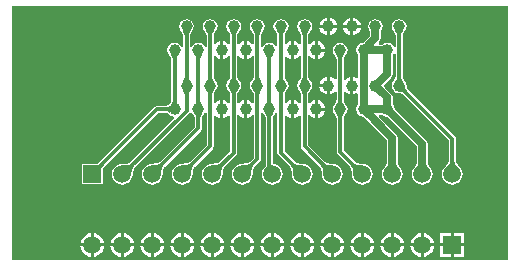
<source format=gtl>
G04*
G04 #@! TF.GenerationSoftware,Altium Limited,Altium Designer,19.1.8 (144)*
G04*
G04 Layer_Physical_Order=1*
G04 Layer_Color=255*
%FSLAX44Y44*%
%MOMM*%
G71*
G01*
G75*
%ADD14C,0.6350*%
%ADD15C,0.3302*%
%ADD16R,1.5000X1.5000*%
%ADD17C,1.5000*%
%ADD18C,1.0000*%
%ADD19C,0.7620*%
G36*
X422410Y2590D02*
X2590D01*
Y217410D01*
X422410D01*
Y2590D01*
D02*
G37*
%LPC*%
G36*
X291270Y207438D02*
Y201270D01*
X297438D01*
X297346Y201968D01*
X296586Y203803D01*
X295378Y205378D01*
X293803Y206586D01*
X291968Y207346D01*
X291270Y207438D01*
D02*
G37*
G36*
X288730D02*
X288032Y207346D01*
X286197Y206586D01*
X284622Y205378D01*
X283414Y203803D01*
X282654Y201968D01*
X282562Y201270D01*
X288730D01*
Y207438D01*
D02*
G37*
G36*
X271270D02*
Y201270D01*
X277438D01*
X277346Y201968D01*
X276586Y203803D01*
X275378Y205378D01*
X273803Y206586D01*
X271968Y207346D01*
X271270Y207438D01*
D02*
G37*
G36*
X268730D02*
X268032Y207346D01*
X266197Y206586D01*
X264622Y205378D01*
X263414Y203803D01*
X262654Y201968D01*
X262562Y201270D01*
X268730D01*
Y207438D01*
D02*
G37*
G36*
X297438Y198730D02*
X291270D01*
Y192562D01*
X291968Y192654D01*
X293803Y193414D01*
X295378Y194622D01*
X296586Y196197D01*
X297346Y198032D01*
X297438Y198730D01*
D02*
G37*
G36*
X288730D02*
X282562D01*
X282654Y198032D01*
X283414Y196197D01*
X284622Y194622D01*
X286197Y193414D01*
X288032Y192654D01*
X288730Y192562D01*
Y198730D01*
D02*
G37*
G36*
X277438D02*
X271270D01*
Y192562D01*
X271968Y192654D01*
X273803Y193414D01*
X275378Y194622D01*
X276586Y196197D01*
X277346Y198032D01*
X277438Y198730D01*
D02*
G37*
G36*
X268730D02*
X262562D01*
X262654Y198032D01*
X263414Y196197D01*
X264622Y194622D01*
X266197Y193414D01*
X268032Y192654D01*
X268730Y192562D01*
Y198730D01*
D02*
G37*
G36*
X250000Y206393D02*
X247554Y205906D01*
X245480Y204520D01*
X244094Y202446D01*
X243607Y200000D01*
X244094Y197554D01*
X245480Y195480D01*
X245553Y195431D01*
X245825Y195146D01*
X246076Y194844D01*
X246293Y194540D01*
X246477Y194234D01*
X246630Y193926D01*
X246754Y193614D01*
X246849Y193296D01*
X246918Y192969D01*
X246959Y192631D01*
X246975Y192225D01*
X247022Y192125D01*
Y185321D01*
X245752Y184890D01*
X245378Y185378D01*
X243803Y186586D01*
X241968Y187346D01*
X241270Y187438D01*
Y180000D01*
Y172562D01*
X241968Y172654D01*
X243803Y173414D01*
X245378Y174622D01*
X245752Y175110D01*
X247022Y174679D01*
Y157875D01*
X246975Y157775D01*
X246959Y157369D01*
X246918Y157031D01*
X246849Y156704D01*
X246754Y156386D01*
X246630Y156074D01*
X246477Y155766D01*
X246293Y155460D01*
X246076Y155156D01*
X245825Y154854D01*
X245553Y154570D01*
X245480Y154520D01*
X244094Y152446D01*
X243607Y150000D01*
X244094Y147554D01*
X245480Y145480D01*
X245553Y145430D01*
X245825Y145146D01*
X246076Y144844D01*
X246293Y144540D01*
X246477Y144234D01*
X246630Y143926D01*
X246754Y143614D01*
X246849Y143296D01*
X246918Y142969D01*
X246959Y142631D01*
X246975Y142226D01*
X247022Y142125D01*
Y135321D01*
X245752Y134890D01*
X245378Y135378D01*
X243803Y136586D01*
X241968Y137346D01*
X241270Y137438D01*
Y130000D01*
Y122562D01*
X241968Y122654D01*
X243803Y123414D01*
X245378Y124622D01*
X245752Y125110D01*
X247022Y124679D01*
Y98400D01*
X247248Y97260D01*
X247894Y96294D01*
X262815Y81373D01*
X262848Y81277D01*
X263189Y80892D01*
X263452Y80514D01*
X263693Y80075D01*
X263909Y79569D01*
X264097Y78995D01*
X264254Y78351D01*
X264375Y77656D01*
X264515Y75988D01*
X264526Y75059D01*
X264556Y74989D01*
X264856Y72711D01*
X265739Y70577D01*
X267145Y68745D01*
X268977Y67339D01*
X271111Y66456D01*
X273400Y66154D01*
X275689Y66456D01*
X277823Y67339D01*
X279655Y68745D01*
X281061Y70577D01*
X281944Y72711D01*
X282246Y75000D01*
X281944Y77289D01*
X281061Y79423D01*
X279655Y81255D01*
X277823Y82661D01*
X275689Y83544D01*
X273411Y83844D01*
X273341Y83874D01*
X272395Y83885D01*
X271544Y83935D01*
X270762Y84022D01*
X270049Y84146D01*
X269405Y84303D01*
X268831Y84491D01*
X268325Y84707D01*
X267885Y84948D01*
X267508Y85211D01*
X267124Y85552D01*
X267027Y85585D01*
X252978Y99634D01*
Y124679D01*
X254248Y125110D01*
X254622Y124622D01*
X256197Y123414D01*
X258032Y122654D01*
X258730Y122562D01*
Y130000D01*
Y137438D01*
X258032Y137346D01*
X256197Y136586D01*
X254622Y135378D01*
X254248Y134890D01*
X252978Y135321D01*
Y142125D01*
X253025Y142225D01*
X253041Y142631D01*
X253082Y142969D01*
X253151Y143296D01*
X253246Y143614D01*
X253370Y143926D01*
X253523Y144234D01*
X253707Y144540D01*
X253924Y144844D01*
X254175Y145146D01*
X254447Y145430D01*
X254520Y145480D01*
X255906Y147554D01*
X256393Y150000D01*
X255906Y152446D01*
X254520Y154520D01*
X254447Y154570D01*
X254175Y154854D01*
X253924Y155156D01*
X253707Y155460D01*
X253523Y155766D01*
X253370Y156074D01*
X253246Y156386D01*
X253151Y156704D01*
X253082Y157031D01*
X253041Y157369D01*
X253025Y157774D01*
X252978Y157875D01*
Y174679D01*
X254248Y175110D01*
X254622Y174622D01*
X256197Y173414D01*
X258032Y172654D01*
X258730Y172562D01*
Y180000D01*
Y187438D01*
X258032Y187346D01*
X256197Y186586D01*
X254622Y185378D01*
X254248Y184890D01*
X252978Y185321D01*
Y192125D01*
X253025Y192225D01*
X253041Y192631D01*
X253082Y192969D01*
X253151Y193296D01*
X253246Y193614D01*
X253370Y193926D01*
X253523Y194234D01*
X253707Y194540D01*
X253924Y194844D01*
X254175Y195146D01*
X254447Y195431D01*
X254520Y195480D01*
X255906Y197554D01*
X256393Y200000D01*
X255906Y202446D01*
X254520Y204520D01*
X252446Y205906D01*
X250000Y206393D01*
D02*
G37*
G36*
X190000D02*
X187554Y205906D01*
X185480Y204520D01*
X184094Y202446D01*
X183607Y200000D01*
X184094Y197554D01*
X185480Y195480D01*
X185553Y195431D01*
X185825Y195146D01*
X186076Y194844D01*
X186293Y194540D01*
X186477Y194234D01*
X186630Y193926D01*
X186754Y193614D01*
X186849Y193296D01*
X186918Y192969D01*
X186959Y192631D01*
X186975Y192225D01*
X187022Y192125D01*
Y185321D01*
X185752Y184890D01*
X185378Y185378D01*
X183803Y186586D01*
X181968Y187346D01*
X181270Y187438D01*
Y180000D01*
Y172562D01*
X181968Y172654D01*
X183803Y173414D01*
X185378Y174622D01*
X185752Y175110D01*
X187022Y174679D01*
Y157875D01*
X186975Y157775D01*
X186959Y157369D01*
X186918Y157031D01*
X186849Y156704D01*
X186754Y156386D01*
X186630Y156074D01*
X186477Y155766D01*
X186293Y155460D01*
X186076Y155156D01*
X185825Y154854D01*
X185553Y154570D01*
X185480Y154520D01*
X184094Y152446D01*
X183607Y150000D01*
X184094Y147554D01*
X185480Y145480D01*
X185553Y145430D01*
X185825Y145146D01*
X186076Y144844D01*
X186293Y144540D01*
X186477Y144234D01*
X186630Y143926D01*
X186754Y143614D01*
X186849Y143296D01*
X186918Y142969D01*
X186959Y142631D01*
X186975Y142226D01*
X187022Y142125D01*
Y135321D01*
X185752Y134890D01*
X185378Y135378D01*
X183803Y136586D01*
X181968Y137346D01*
X181270Y137438D01*
Y130000D01*
Y122562D01*
X181968Y122654D01*
X183803Y123414D01*
X185378Y124622D01*
X185752Y125110D01*
X187022Y124679D01*
Y94434D01*
X178173Y85585D01*
X178076Y85552D01*
X177692Y85211D01*
X177314Y84948D01*
X176875Y84707D01*
X176369Y84491D01*
X175795Y84303D01*
X175151Y84146D01*
X174456Y84025D01*
X172787Y83885D01*
X171859Y83874D01*
X171789Y83844D01*
X169511Y83544D01*
X167377Y82661D01*
X165545Y81255D01*
X164139Y79423D01*
X163256Y77289D01*
X162954Y75000D01*
X163256Y72711D01*
X164139Y70577D01*
X165545Y68745D01*
X167377Y67339D01*
X169511Y66456D01*
X171800Y66154D01*
X174089Y66456D01*
X176223Y67339D01*
X178055Y68745D01*
X179461Y70577D01*
X180344Y72711D01*
X180644Y74989D01*
X180674Y75059D01*
X180685Y76005D01*
X180735Y76856D01*
X180822Y77638D01*
X180946Y78351D01*
X181103Y78995D01*
X181291Y79569D01*
X181507Y80075D01*
X181748Y80514D01*
X182011Y80892D01*
X182352Y81277D01*
X182385Y81373D01*
X192106Y91094D01*
X192752Y92060D01*
X192978Y93200D01*
Y124679D01*
X194248Y125110D01*
X194622Y124622D01*
X196197Y123414D01*
X198032Y122654D01*
X198730Y122562D01*
Y130000D01*
Y137438D01*
X198032Y137346D01*
X196197Y136586D01*
X194622Y135378D01*
X194248Y134890D01*
X192978Y135321D01*
Y142125D01*
X193025Y142225D01*
X193041Y142631D01*
X193082Y142969D01*
X193151Y143296D01*
X193246Y143614D01*
X193370Y143926D01*
X193523Y144234D01*
X193707Y144540D01*
X193924Y144844D01*
X194175Y145146D01*
X194447Y145430D01*
X194520Y145480D01*
X195906Y147554D01*
X196393Y150000D01*
X195906Y152446D01*
X194520Y154520D01*
X194447Y154570D01*
X194175Y154854D01*
X193924Y155156D01*
X193707Y155460D01*
X193523Y155766D01*
X193370Y156074D01*
X193246Y156386D01*
X193151Y156704D01*
X193082Y157031D01*
X193041Y157369D01*
X193025Y157774D01*
X192978Y157875D01*
Y174679D01*
X194248Y175110D01*
X194622Y174622D01*
X196197Y173414D01*
X198032Y172654D01*
X198730Y172562D01*
Y180000D01*
Y187438D01*
X198032Y187346D01*
X196197Y186586D01*
X194622Y185378D01*
X194248Y184890D01*
X192978Y185321D01*
Y192125D01*
X193025Y192225D01*
X193041Y192631D01*
X193082Y192969D01*
X193151Y193296D01*
X193246Y193614D01*
X193370Y193926D01*
X193523Y194234D01*
X193707Y194540D01*
X193924Y194844D01*
X194175Y195146D01*
X194447Y195431D01*
X194520Y195480D01*
X195906Y197554D01*
X196393Y200000D01*
X195906Y202446D01*
X194520Y204520D01*
X192446Y205906D01*
X190000Y206393D01*
D02*
G37*
G36*
X170000D02*
X167554Y205906D01*
X165480Y204520D01*
X164094Y202446D01*
X163607Y200000D01*
X164094Y197554D01*
X165480Y195480D01*
X165553Y195431D01*
X165825Y195146D01*
X166076Y194844D01*
X166293Y194540D01*
X166477Y194234D01*
X166630Y193926D01*
X166754Y193614D01*
X166849Y193296D01*
X166918Y192969D01*
X166959Y192631D01*
X166975Y192225D01*
X167022Y192125D01*
Y182889D01*
X166881Y182833D01*
X165752Y182678D01*
X164520Y184520D01*
X162446Y185906D01*
X160000Y186393D01*
X157554Y185906D01*
X155480Y184520D01*
X154248Y182678D01*
X153119Y182833D01*
X152978Y182889D01*
Y192125D01*
X153025Y192225D01*
X153041Y192631D01*
X153082Y192969D01*
X153151Y193296D01*
X153246Y193614D01*
X153370Y193926D01*
X153523Y194234D01*
X153707Y194540D01*
X153924Y194844D01*
X154175Y195146D01*
X154447Y195431D01*
X154520Y195480D01*
X155906Y197554D01*
X156393Y200000D01*
X155906Y202446D01*
X154520Y204520D01*
X152446Y205906D01*
X150000Y206393D01*
X147554Y205906D01*
X145480Y204520D01*
X144094Y202446D01*
X143607Y200000D01*
X144094Y197554D01*
X145480Y195480D01*
X145553Y195431D01*
X145825Y195146D01*
X146076Y194844D01*
X146293Y194540D01*
X146477Y194234D01*
X146630Y193926D01*
X146754Y193614D01*
X146849Y193296D01*
X146918Y192969D01*
X146959Y192631D01*
X146975Y192225D01*
X147022Y192125D01*
Y182889D01*
X146881Y182833D01*
X145752Y182678D01*
X144520Y184520D01*
X142446Y185906D01*
X140000Y186393D01*
X137554Y185906D01*
X135480Y184520D01*
X134094Y182446D01*
X133607Y180000D01*
X134094Y177554D01*
X135480Y175480D01*
X135553Y175431D01*
X135825Y175146D01*
X136076Y174844D01*
X136293Y174540D01*
X136477Y174234D01*
X136630Y173926D01*
X136754Y173614D01*
X136849Y173296D01*
X136918Y172969D01*
X136959Y172631D01*
X136975Y172225D01*
X137022Y172125D01*
Y137875D01*
X136975Y137775D01*
X136959Y137369D01*
X136918Y137031D01*
X136849Y136704D01*
X136754Y136386D01*
X136630Y136074D01*
X136477Y135766D01*
X136293Y135460D01*
X136076Y135156D01*
X135825Y134854D01*
X135553Y134570D01*
X135480Y134520D01*
X135430Y134447D01*
X135146Y134175D01*
X134844Y133924D01*
X134540Y133707D01*
X134234Y133523D01*
X133926Y133370D01*
X133614Y133246D01*
X133296Y133151D01*
X132969Y133082D01*
X132631Y133041D01*
X132226Y133025D01*
X132125Y132978D01*
X125200D01*
X124060Y132752D01*
X123094Y132106D01*
X76838Y85850D01*
X76733Y85811D01*
X75458Y84625D01*
X74946Y84214D01*
X74495Y83898D01*
X74273Y83770D01*
X73105D01*
X73000Y83814D01*
X72894Y83770D01*
X72892D01*
X72782Y83796D01*
X72739Y83770D01*
X61430D01*
Y66230D01*
X78970D01*
Y77539D01*
X78996Y77582D01*
X78970Y77692D01*
Y77694D01*
X79014Y77800D01*
X78970Y77905D01*
Y79073D01*
X79098Y79295D01*
X79404Y79731D01*
X80367Y80867D01*
X80993Y81514D01*
X81036Y81625D01*
X126434Y127022D01*
X132125D01*
X132225Y126975D01*
X132631Y126959D01*
X132969Y126918D01*
X133296Y126849D01*
X133614Y126754D01*
X133926Y126630D01*
X134234Y126477D01*
X134540Y126293D01*
X134844Y126076D01*
X135146Y125825D01*
X135430Y125553D01*
X135480Y125480D01*
X137554Y124094D01*
X139300Y123747D01*
X139718Y122368D01*
X102561Y85212D01*
X102476Y85186D01*
X102465Y85165D01*
X102444Y85158D01*
X102048Y84808D01*
X101671Y84549D01*
X101242Y84323D01*
X100755Y84129D01*
X100206Y83972D01*
X99593Y83854D01*
X98914Y83778D01*
X98171Y83747D01*
X97363Y83764D01*
X96458Y83833D01*
X96241Y83761D01*
X95600Y83846D01*
X93311Y83544D01*
X91177Y82661D01*
X89345Y81255D01*
X87939Y79423D01*
X87056Y77289D01*
X86754Y75000D01*
X87056Y72711D01*
X87939Y70577D01*
X89345Y68745D01*
X91177Y67339D01*
X93311Y66456D01*
X95600Y66154D01*
X97889Y66456D01*
X100023Y67339D01*
X101855Y68745D01*
X103261Y70577D01*
X104144Y72711D01*
X104317Y74023D01*
X104444Y74260D01*
X104539Y75227D01*
X104817Y76960D01*
X104990Y77687D01*
X105189Y78356D01*
X105410Y78950D01*
X105650Y79470D01*
X105904Y79917D01*
X106170Y80291D01*
X106499Y80662D01*
X106532Y80759D01*
X152106Y126333D01*
X152752Y127299D01*
X152801Y127545D01*
X154078Y127553D01*
X154096Y127550D01*
X155480Y125480D01*
X155553Y125430D01*
X155825Y125146D01*
X156076Y124844D01*
X156293Y124540D01*
X156477Y124234D01*
X156630Y123926D01*
X156754Y123614D01*
X156849Y123296D01*
X156918Y122969D01*
X156959Y122631D01*
X156975Y122226D01*
X157022Y122125D01*
Y115234D01*
X127373Y85585D01*
X127276Y85552D01*
X126892Y85211D01*
X126514Y84948D01*
X126075Y84707D01*
X125569Y84491D01*
X124995Y84303D01*
X124351Y84146D01*
X123656Y84025D01*
X121987Y83885D01*
X121059Y83874D01*
X120989Y83844D01*
X118711Y83544D01*
X116577Y82661D01*
X114745Y81255D01*
X113339Y79423D01*
X112456Y77289D01*
X112154Y75000D01*
X112456Y72711D01*
X113339Y70577D01*
X114745Y68745D01*
X116577Y67339D01*
X118711Y66456D01*
X121000Y66154D01*
X123289Y66456D01*
X125423Y67339D01*
X127255Y68745D01*
X128661Y70577D01*
X129544Y72711D01*
X129844Y74989D01*
X129874Y75059D01*
X129885Y76005D01*
X129935Y76856D01*
X130022Y77638D01*
X130146Y78351D01*
X130303Y78995D01*
X130491Y79569D01*
X130708Y80075D01*
X130948Y80514D01*
X131211Y80892D01*
X131552Y81277D01*
X131585Y81373D01*
X162106Y111894D01*
X162752Y112860D01*
X162978Y114000D01*
Y122125D01*
X163025Y122225D01*
X163041Y122631D01*
X163082Y122969D01*
X163151Y123296D01*
X163246Y123614D01*
X163370Y123926D01*
X163523Y124234D01*
X163707Y124540D01*
X163924Y124844D01*
X164175Y125146D01*
X164447Y125430D01*
X164520Y125480D01*
X165752Y127322D01*
X166881Y127167D01*
X167022Y127111D01*
Y99834D01*
X152773Y85585D01*
X152676Y85552D01*
X152292Y85211D01*
X151914Y84948D01*
X151475Y84707D01*
X150969Y84491D01*
X150395Y84303D01*
X149751Y84146D01*
X149056Y84025D01*
X147388Y83885D01*
X146459Y83874D01*
X146389Y83844D01*
X144111Y83544D01*
X141977Y82661D01*
X140145Y81255D01*
X138739Y79423D01*
X137856Y77289D01*
X137554Y75000D01*
X137856Y72711D01*
X138739Y70577D01*
X140145Y68745D01*
X141977Y67339D01*
X144111Y66456D01*
X146400Y66154D01*
X148689Y66456D01*
X150823Y67339D01*
X152655Y68745D01*
X154061Y70577D01*
X154944Y72711D01*
X155244Y74989D01*
X155274Y75059D01*
X155285Y76005D01*
X155335Y76856D01*
X155422Y77638D01*
X155546Y78351D01*
X155703Y78995D01*
X155891Y79569D01*
X156108Y80075D01*
X156348Y80514D01*
X156611Y80892D01*
X156952Y81277D01*
X156985Y81373D01*
X172106Y96494D01*
X172752Y97460D01*
X172978Y98600D01*
Y124679D01*
X174248Y125110D01*
X174622Y124622D01*
X176197Y123414D01*
X178032Y122654D01*
X178730Y122562D01*
Y130000D01*
Y137438D01*
X178032Y137346D01*
X176197Y136586D01*
X174622Y135378D01*
X174248Y134890D01*
X172978Y135321D01*
Y142125D01*
X173025Y142225D01*
X173041Y142631D01*
X173082Y142969D01*
X173151Y143296D01*
X173246Y143614D01*
X173370Y143926D01*
X173523Y144234D01*
X173707Y144540D01*
X173924Y144844D01*
X174175Y145146D01*
X174447Y145430D01*
X174520Y145480D01*
X175906Y147554D01*
X176393Y150000D01*
X175906Y152446D01*
X174520Y154520D01*
X174447Y154570D01*
X174175Y154854D01*
X173924Y155156D01*
X173707Y155460D01*
X173523Y155766D01*
X173370Y156074D01*
X173246Y156386D01*
X173151Y156704D01*
X173082Y157031D01*
X173041Y157369D01*
X173025Y157774D01*
X172978Y157875D01*
Y174679D01*
X174248Y175110D01*
X174622Y174622D01*
X176197Y173414D01*
X178032Y172654D01*
X178730Y172562D01*
Y180000D01*
Y187438D01*
X178032Y187346D01*
X176197Y186586D01*
X174622Y185378D01*
X174248Y184890D01*
X172978Y185321D01*
Y192125D01*
X173025Y192225D01*
X173041Y192631D01*
X173082Y192969D01*
X173151Y193296D01*
X173246Y193614D01*
X173370Y193926D01*
X173523Y194234D01*
X173707Y194540D01*
X173924Y194844D01*
X174175Y195146D01*
X174447Y195431D01*
X174520Y195480D01*
X175906Y197554D01*
X176393Y200000D01*
X175906Y202446D01*
X174520Y204520D01*
X172446Y205906D01*
X170000Y206393D01*
D02*
G37*
G36*
X330000D02*
X327554Y205906D01*
X325480Y204520D01*
X324094Y202446D01*
X323607Y200000D01*
X324094Y197554D01*
X325480Y195480D01*
X325553Y195431D01*
X325825Y195146D01*
X326076Y194844D01*
X326293Y194540D01*
X326477Y194234D01*
X326630Y193926D01*
X326754Y193614D01*
X326849Y193296D01*
X326918Y192969D01*
X326959Y192631D01*
X326975Y192225D01*
X327022Y192125D01*
Y182889D01*
X326881Y182833D01*
X325752Y182678D01*
X324520Y184520D01*
X322446Y185906D01*
X320000Y186393D01*
X317554Y185906D01*
X315740Y184694D01*
X313655Y184553D01*
X313130Y184550D01*
X312902Y184761D01*
X312815Y186406D01*
X313205Y186795D01*
X314187Y188266D01*
X314532Y190000D01*
X314532Y190000D01*
Y193080D01*
X314550Y193121D01*
X314562Y194181D01*
X314599Y194993D01*
X314655Y195567D01*
X314681Y195718D01*
X314681Y195721D01*
X315906Y197554D01*
X316393Y200000D01*
X315906Y202446D01*
X314520Y204520D01*
X312446Y205906D01*
X310000Y206393D01*
X307554Y205906D01*
X305480Y204520D01*
X304094Y202446D01*
X303607Y200000D01*
X304094Y197554D01*
X305306Y195740D01*
X305447Y193655D01*
X305450Y193130D01*
X305468Y193088D01*
Y191877D01*
X301688Y188098D01*
X301647Y188081D01*
X300889Y187341D01*
X300289Y186792D01*
X299843Y186426D01*
X299717Y186337D01*
X299716Y186336D01*
X297554Y185906D01*
X295480Y184520D01*
X294094Y182446D01*
X293607Y180000D01*
X294094Y177554D01*
X295306Y175740D01*
X295447Y173655D01*
X295450Y173130D01*
X295468Y173088D01*
Y156909D01*
X294198Y156283D01*
X293803Y156586D01*
X291968Y157346D01*
X291270Y157438D01*
Y150000D01*
Y142562D01*
X291968Y142654D01*
X293803Y143414D01*
X294198Y143717D01*
X295468Y143091D01*
Y136920D01*
X295450Y136879D01*
X295438Y135819D01*
X295401Y135007D01*
X295345Y134433D01*
X295319Y134282D01*
X295319Y134279D01*
X294094Y132446D01*
X293607Y130000D01*
X294094Y127554D01*
X295480Y125480D01*
X297554Y124094D01*
X299693Y123668D01*
X301268Y122294D01*
X301641Y121925D01*
X301683Y121908D01*
X319668Y103923D01*
Y86370D01*
X319651Y86332D01*
X319631Y85610D01*
X319576Y84969D01*
X319486Y84373D01*
X319363Y83821D01*
X319208Y83313D01*
X319022Y82845D01*
X318808Y82417D01*
X318564Y82026D01*
X318291Y81667D01*
X317942Y81290D01*
X317913Y81213D01*
X316539Y79423D01*
X315656Y77289D01*
X315354Y75000D01*
X315656Y72711D01*
X316539Y70577D01*
X317945Y68745D01*
X319777Y67339D01*
X321911Y66456D01*
X324200Y66154D01*
X326489Y66456D01*
X328623Y67339D01*
X330455Y68745D01*
X331861Y70577D01*
X332744Y72711D01*
X333046Y75000D01*
X332744Y77289D01*
X331861Y79423D01*
X330487Y81213D01*
X330458Y81290D01*
X330109Y81667D01*
X329836Y82026D01*
X329592Y82417D01*
X329378Y82845D01*
X329192Y83313D01*
X329037Y83821D01*
X328914Y84373D01*
X328824Y84969D01*
X328769Y85610D01*
X328749Y86332D01*
X328732Y86370D01*
Y105800D01*
X328387Y107534D01*
X327405Y109005D01*
X312817Y123592D01*
X312898Y125240D01*
X313121Y125450D01*
X314181Y125438D01*
X314993Y125401D01*
X315567Y125345D01*
X315718Y125319D01*
X315721Y125318D01*
X317554Y124094D01*
X319693Y123668D01*
X321268Y122294D01*
X321641Y121925D01*
X321683Y121908D01*
X345068Y98523D01*
Y86370D01*
X345051Y86332D01*
X345031Y85610D01*
X344976Y84969D01*
X344886Y84373D01*
X344763Y83821D01*
X344608Y83313D01*
X344422Y82845D01*
X344208Y82417D01*
X343964Y82026D01*
X343691Y81667D01*
X343342Y81290D01*
X343313Y81213D01*
X341939Y79423D01*
X341056Y77289D01*
X340754Y75000D01*
X341056Y72711D01*
X341939Y70577D01*
X343345Y68745D01*
X345177Y67339D01*
X347311Y66456D01*
X349600Y66154D01*
X351889Y66456D01*
X354023Y67339D01*
X355855Y68745D01*
X357261Y70577D01*
X358144Y72711D01*
X358446Y75000D01*
X358144Y77289D01*
X357261Y79423D01*
X355887Y81213D01*
X355858Y81290D01*
X355509Y81667D01*
X355236Y82026D01*
X354992Y82417D01*
X354778Y82845D01*
X354592Y83313D01*
X354437Y83821D01*
X354314Y84373D01*
X354224Y84969D01*
X354169Y85610D01*
X354149Y86332D01*
X354132Y86370D01*
Y100400D01*
X353787Y102134D01*
X352805Y103605D01*
X352805Y103605D01*
X328098Y128312D01*
X328081Y128353D01*
X327341Y129111D01*
X326792Y129712D01*
X326426Y130157D01*
X326337Y130283D01*
X326336Y130284D01*
X325906Y132446D01*
X324694Y134260D01*
X324553Y136345D01*
X324550Y136870D01*
X324532Y136912D01*
Y140000D01*
X324187Y141734D01*
X323205Y143205D01*
X323205Y143205D01*
X318098Y148312D01*
X318081Y148353D01*
X317341Y149111D01*
X316792Y149712D01*
X316577Y149974D01*
X317706Y151267D01*
X318075Y151641D01*
X318092Y151683D01*
X323205Y156795D01*
X323205Y156795D01*
X324187Y158266D01*
X324532Y160000D01*
Y173080D01*
X324549Y173121D01*
X324562Y174181D01*
X324599Y174993D01*
X324655Y175567D01*
X324681Y175718D01*
X324681Y175721D01*
X325752Y177322D01*
X326881Y177167D01*
X327022Y177111D01*
Y157875D01*
X326975Y157775D01*
X326959Y157369D01*
X326918Y157031D01*
X326849Y156704D01*
X326754Y156386D01*
X326630Y156074D01*
X326477Y155766D01*
X326293Y155460D01*
X326076Y155156D01*
X325825Y154854D01*
X325553Y154570D01*
X325480Y154520D01*
X324094Y152446D01*
X323607Y150000D01*
X324094Y147554D01*
X325480Y145480D01*
X327554Y144094D01*
X330000Y143607D01*
X330087Y143624D01*
X330480Y143616D01*
X330871Y143579D01*
X331240Y143518D01*
X331586Y143432D01*
X331912Y143322D01*
X332220Y143189D01*
X332513Y143031D01*
X332792Y142849D01*
X333060Y142639D01*
X333359Y142364D01*
X333462Y142326D01*
X372022Y103766D01*
Y86992D01*
X371977Y86899D01*
X371946Y86387D01*
X371865Y85934D01*
X371724Y85453D01*
X371520Y84942D01*
X371247Y84403D01*
X370903Y83837D01*
X370497Y83260D01*
X369416Y81981D01*
X368767Y81317D01*
X368739Y81246D01*
X367339Y79423D01*
X366456Y77289D01*
X366154Y75000D01*
X366456Y72711D01*
X367339Y70577D01*
X368745Y68745D01*
X370577Y67339D01*
X372711Y66456D01*
X375000Y66154D01*
X377289Y66456D01*
X379423Y67339D01*
X381255Y68745D01*
X382661Y70577D01*
X383544Y72711D01*
X383846Y75000D01*
X383544Y77289D01*
X382661Y79423D01*
X381261Y81246D01*
X381233Y81317D01*
X380572Y81993D01*
X380006Y82630D01*
X379514Y83245D01*
X379097Y83836D01*
X378753Y84403D01*
X378480Y84942D01*
X378276Y85453D01*
X378135Y85934D01*
X378054Y86387D01*
X378023Y86899D01*
X377978Y86992D01*
Y105000D01*
X377752Y106140D01*
X377106Y107106D01*
X337674Y146538D01*
X337636Y146641D01*
X337361Y146939D01*
X337151Y147208D01*
X336969Y147487D01*
X336811Y147780D01*
X336678Y148088D01*
X336568Y148414D01*
X336482Y148760D01*
X336421Y149129D01*
X336385Y149520D01*
X336376Y149913D01*
X336393Y150000D01*
X335906Y152446D01*
X334520Y154520D01*
X334447Y154570D01*
X334175Y154854D01*
X333924Y155156D01*
X333707Y155460D01*
X333523Y155766D01*
X333370Y156074D01*
X333246Y156386D01*
X333151Y156704D01*
X333082Y157031D01*
X333041Y157369D01*
X333025Y157774D01*
X332978Y157875D01*
Y192125D01*
X333025Y192225D01*
X333041Y192631D01*
X333082Y192969D01*
X333151Y193296D01*
X333246Y193614D01*
X333370Y193926D01*
X333523Y194234D01*
X333707Y194540D01*
X333924Y194844D01*
X334175Y195146D01*
X334447Y195431D01*
X334520Y195480D01*
X335906Y197554D01*
X336393Y200000D01*
X335906Y202446D01*
X334520Y204520D01*
X332446Y205906D01*
X330000Y206393D01*
D02*
G37*
G36*
X230000D02*
X227554Y205906D01*
X225480Y204520D01*
X224094Y202446D01*
X223607Y200000D01*
X224094Y197554D01*
X225480Y195480D01*
X225553Y195431D01*
X225825Y195146D01*
X226076Y194844D01*
X226293Y194540D01*
X226477Y194234D01*
X226630Y193926D01*
X226754Y193614D01*
X226849Y193296D01*
X226918Y192969D01*
X226959Y192631D01*
X226975Y192225D01*
X227022Y192125D01*
Y182889D01*
X226881Y182833D01*
X225752Y182678D01*
X224520Y184520D01*
X222446Y185906D01*
X220000Y186393D01*
X217554Y185906D01*
X215480Y184520D01*
X214248Y182678D01*
X213119Y182833D01*
X212978Y182889D01*
Y192125D01*
X213025Y192225D01*
X213041Y192631D01*
X213082Y192969D01*
X213151Y193296D01*
X213246Y193614D01*
X213370Y193926D01*
X213523Y194234D01*
X213707Y194540D01*
X213924Y194844D01*
X214175Y195146D01*
X214447Y195431D01*
X214520Y195480D01*
X215906Y197554D01*
X216393Y200000D01*
X215906Y202446D01*
X214520Y204520D01*
X212446Y205906D01*
X210000Y206393D01*
X207554Y205906D01*
X205480Y204520D01*
X204094Y202446D01*
X203607Y200000D01*
X204094Y197554D01*
X205480Y195480D01*
X205553Y195431D01*
X205825Y195146D01*
X206076Y194844D01*
X206293Y194540D01*
X206477Y194234D01*
X206630Y193926D01*
X206754Y193614D01*
X206849Y193296D01*
X206918Y192969D01*
X206959Y192631D01*
X206975Y192225D01*
X207022Y192125D01*
Y185321D01*
X205752Y184890D01*
X205378Y185378D01*
X203803Y186586D01*
X201968Y187346D01*
X201270Y187438D01*
Y180000D01*
Y172562D01*
X201968Y172654D01*
X203803Y173414D01*
X205378Y174622D01*
X205752Y175110D01*
X207022Y174679D01*
Y157875D01*
X206975Y157775D01*
X206959Y157369D01*
X206918Y157031D01*
X206849Y156704D01*
X206754Y156386D01*
X206630Y156074D01*
X206477Y155766D01*
X206293Y155460D01*
X206076Y155156D01*
X205825Y154854D01*
X205553Y154570D01*
X205480Y154520D01*
X204094Y152446D01*
X203607Y150000D01*
X204094Y147554D01*
X205480Y145480D01*
X205553Y145430D01*
X205825Y145146D01*
X206076Y144844D01*
X206293Y144540D01*
X206477Y144234D01*
X206630Y143926D01*
X206754Y143614D01*
X206849Y143296D01*
X206918Y142969D01*
X206959Y142631D01*
X206975Y142226D01*
X207022Y142125D01*
Y135321D01*
X205752Y134890D01*
X205378Y135378D01*
X203803Y136586D01*
X201968Y137346D01*
X201270Y137438D01*
Y130000D01*
Y122562D01*
X201968Y122654D01*
X203803Y123414D01*
X205378Y124622D01*
X205752Y125110D01*
X207022Y124679D01*
Y89034D01*
X203573Y85585D01*
X203477Y85552D01*
X203092Y85211D01*
X202714Y84948D01*
X202275Y84707D01*
X201769Y84491D01*
X201195Y84303D01*
X200551Y84146D01*
X199856Y84025D01*
X198188Y83885D01*
X197259Y83874D01*
X197189Y83844D01*
X194911Y83544D01*
X192777Y82661D01*
X190945Y81255D01*
X189539Y79423D01*
X188656Y77289D01*
X188354Y75000D01*
X188656Y72711D01*
X189539Y70577D01*
X190945Y68745D01*
X192777Y67339D01*
X194911Y66456D01*
X197200Y66154D01*
X199489Y66456D01*
X201623Y67339D01*
X203455Y68745D01*
X204861Y70577D01*
X205744Y72711D01*
X206044Y74989D01*
X206074Y75059D01*
X206085Y76005D01*
X206135Y76856D01*
X206222Y77638D01*
X206346Y78351D01*
X206503Y78995D01*
X206691Y79569D01*
X206908Y80075D01*
X207148Y80514D01*
X207411Y80892D01*
X207752Y81277D01*
X207785Y81373D01*
X212106Y85694D01*
X212752Y86660D01*
X212978Y87800D01*
Y127111D01*
X213119Y127167D01*
X214248Y127322D01*
X215480Y125480D01*
X215553Y125430D01*
X215825Y125146D01*
X216076Y124844D01*
X216293Y124540D01*
X216477Y124234D01*
X216630Y123926D01*
X216754Y123614D01*
X216849Y123296D01*
X216918Y122969D01*
X216959Y122631D01*
X216975Y122226D01*
X217022Y122125D01*
Y81774D01*
X216345Y81255D01*
X214939Y79423D01*
X214056Y77289D01*
X213754Y75000D01*
X214056Y72711D01*
X214939Y70577D01*
X216345Y68745D01*
X218177Y67339D01*
X220311Y66456D01*
X222600Y66154D01*
X224889Y66456D01*
X227023Y67339D01*
X228855Y68745D01*
X230261Y70577D01*
X231144Y72711D01*
X231446Y75000D01*
X231144Y77289D01*
X230261Y79423D01*
X228855Y81255D01*
X227023Y82661D01*
X224889Y83544D01*
X222978Y83796D01*
Y122125D01*
X223025Y122225D01*
X223041Y122631D01*
X223082Y122969D01*
X223151Y123296D01*
X223246Y123614D01*
X223370Y123926D01*
X223523Y124234D01*
X223707Y124540D01*
X223924Y124844D01*
X224175Y125146D01*
X224447Y125430D01*
X224520Y125480D01*
X225752Y127322D01*
X226881Y127167D01*
X227022Y127111D01*
Y93000D01*
X227248Y91860D01*
X227894Y90894D01*
X237415Y81373D01*
X237448Y81277D01*
X237789Y80892D01*
X238052Y80514D01*
X238293Y80075D01*
X238509Y79569D01*
X238697Y78995D01*
X238854Y78351D01*
X238975Y77656D01*
X239115Y75988D01*
X239126Y75059D01*
X239156Y74989D01*
X239456Y72711D01*
X240339Y70577D01*
X241745Y68745D01*
X243577Y67339D01*
X245711Y66456D01*
X248000Y66154D01*
X250289Y66456D01*
X252423Y67339D01*
X254255Y68745D01*
X255661Y70577D01*
X256544Y72711D01*
X256846Y75000D01*
X256544Y77289D01*
X255661Y79423D01*
X254255Y81255D01*
X252423Y82661D01*
X250289Y83544D01*
X248011Y83844D01*
X247941Y83874D01*
X246995Y83885D01*
X246144Y83935D01*
X245362Y84022D01*
X244649Y84146D01*
X244005Y84303D01*
X243431Y84491D01*
X242925Y84707D01*
X242486Y84948D01*
X242108Y85211D01*
X241723Y85552D01*
X241627Y85585D01*
X232978Y94234D01*
Y124679D01*
X234248Y125110D01*
X234622Y124622D01*
X236197Y123414D01*
X238032Y122654D01*
X238730Y122562D01*
Y130000D01*
Y137438D01*
X238032Y137346D01*
X236197Y136586D01*
X234622Y135378D01*
X234248Y134890D01*
X232978Y135321D01*
Y142125D01*
X233025Y142225D01*
X233041Y142631D01*
X233082Y142969D01*
X233151Y143296D01*
X233246Y143614D01*
X233370Y143926D01*
X233523Y144234D01*
X233707Y144540D01*
X233924Y144844D01*
X234175Y145146D01*
X234447Y145430D01*
X234520Y145480D01*
X235906Y147554D01*
X236393Y150000D01*
X235906Y152446D01*
X234520Y154520D01*
X234447Y154570D01*
X234175Y154854D01*
X233924Y155156D01*
X233707Y155460D01*
X233523Y155766D01*
X233370Y156074D01*
X233246Y156386D01*
X233151Y156704D01*
X233082Y157031D01*
X233041Y157369D01*
X233025Y157774D01*
X232978Y157875D01*
Y174679D01*
X234248Y175110D01*
X234622Y174622D01*
X236197Y173414D01*
X238032Y172654D01*
X238730Y172562D01*
Y180000D01*
Y187438D01*
X238032Y187346D01*
X236197Y186586D01*
X234622Y185378D01*
X234248Y184890D01*
X232978Y185321D01*
Y192125D01*
X233025Y192225D01*
X233041Y192631D01*
X233082Y192969D01*
X233151Y193296D01*
X233246Y193614D01*
X233370Y193926D01*
X233523Y194234D01*
X233707Y194540D01*
X233924Y194844D01*
X234175Y195146D01*
X234447Y195431D01*
X234520Y195480D01*
X235906Y197554D01*
X236393Y200000D01*
X235906Y202446D01*
X234520Y204520D01*
X232446Y205906D01*
X230000Y206393D01*
D02*
G37*
G36*
X261270Y187438D02*
Y181270D01*
X267438D01*
X267346Y181968D01*
X266586Y183803D01*
X265378Y185378D01*
X263803Y186586D01*
X261968Y187346D01*
X261270Y187438D01*
D02*
G37*
G36*
X267438Y178730D02*
X261270D01*
Y172562D01*
X261968Y172654D01*
X263803Y173414D01*
X265378Y174622D01*
X266586Y176197D01*
X267346Y178032D01*
X267438Y178730D01*
D02*
G37*
G36*
X280000Y186393D02*
X277554Y185906D01*
X275480Y184520D01*
X274094Y182446D01*
X273607Y180000D01*
X274094Y177554D01*
X275480Y175480D01*
X275553Y175431D01*
X275825Y175146D01*
X276076Y174844D01*
X276293Y174540D01*
X276477Y174234D01*
X276630Y173926D01*
X276754Y173614D01*
X276849Y173296D01*
X276918Y172969D01*
X276959Y172631D01*
X276975Y172225D01*
X277022Y172125D01*
Y155321D01*
X275752Y154890D01*
X275378Y155378D01*
X273803Y156586D01*
X271968Y157346D01*
X271270Y157438D01*
Y150000D01*
Y142562D01*
X271968Y142654D01*
X273803Y143414D01*
X275378Y144622D01*
X275752Y145110D01*
X277022Y144679D01*
Y137875D01*
X276975Y137775D01*
X276959Y137369D01*
X276918Y137031D01*
X276849Y136704D01*
X276754Y136386D01*
X276630Y136074D01*
X276477Y135766D01*
X276293Y135460D01*
X276076Y135156D01*
X275825Y134854D01*
X275553Y134570D01*
X275480Y134520D01*
X274094Y132446D01*
X273607Y130000D01*
X274094Y127554D01*
X275480Y125480D01*
X275553Y125430D01*
X275825Y125146D01*
X276076Y124844D01*
X276293Y124540D01*
X276477Y124234D01*
X276630Y123926D01*
X276754Y123614D01*
X276849Y123296D01*
X276918Y122969D01*
X276959Y122631D01*
X276975Y122226D01*
X277022Y122125D01*
Y93800D01*
X277248Y92660D01*
X277894Y91694D01*
X288215Y81373D01*
X288248Y81277D01*
X288589Y80892D01*
X288852Y80514D01*
X289093Y80075D01*
X289309Y79569D01*
X289497Y78995D01*
X289654Y78351D01*
X289775Y77656D01*
X289915Y75988D01*
X289926Y75059D01*
X289956Y74989D01*
X290256Y72711D01*
X291139Y70577D01*
X292545Y68745D01*
X294377Y67339D01*
X296511Y66456D01*
X298800Y66154D01*
X301089Y66456D01*
X303223Y67339D01*
X305055Y68745D01*
X306461Y70577D01*
X307344Y72711D01*
X307646Y75000D01*
X307344Y77289D01*
X306461Y79423D01*
X305055Y81255D01*
X303223Y82661D01*
X301089Y83544D01*
X298811Y83844D01*
X298741Y83874D01*
X297795Y83885D01*
X296944Y83935D01*
X296162Y84022D01*
X295449Y84146D01*
X294805Y84303D01*
X294231Y84491D01*
X293725Y84707D01*
X293286Y84948D01*
X292908Y85211D01*
X292523Y85552D01*
X292427Y85585D01*
X282978Y95034D01*
Y122125D01*
X283025Y122225D01*
X283041Y122631D01*
X283082Y122969D01*
X283151Y123296D01*
X283246Y123614D01*
X283370Y123926D01*
X283523Y124234D01*
X283707Y124540D01*
X283924Y124844D01*
X284175Y125146D01*
X284447Y125430D01*
X284520Y125480D01*
X285906Y127554D01*
X286393Y130000D01*
X285906Y132446D01*
X284520Y134520D01*
X284447Y134570D01*
X284175Y134854D01*
X283924Y135156D01*
X283707Y135460D01*
X283523Y135766D01*
X283370Y136074D01*
X283246Y136386D01*
X283151Y136704D01*
X283082Y137031D01*
X283041Y137369D01*
X283025Y137774D01*
X282978Y137875D01*
Y144679D01*
X284248Y145110D01*
X284622Y144622D01*
X286197Y143414D01*
X288032Y142654D01*
X288730Y142562D01*
Y150000D01*
Y157438D01*
X288032Y157346D01*
X286197Y156586D01*
X284622Y155378D01*
X284248Y154890D01*
X282978Y155321D01*
Y172125D01*
X283025Y172225D01*
X283041Y172631D01*
X283082Y172969D01*
X283151Y173296D01*
X283246Y173614D01*
X283370Y173926D01*
X283523Y174234D01*
X283707Y174540D01*
X283924Y174844D01*
X284175Y175146D01*
X284447Y175431D01*
X284520Y175480D01*
X285906Y177554D01*
X286393Y180000D01*
X285906Y182446D01*
X284520Y184520D01*
X282446Y185906D01*
X280000Y186393D01*
D02*
G37*
G36*
X268730Y157438D02*
X268032Y157346D01*
X266197Y156586D01*
X264622Y155378D01*
X263414Y153802D01*
X262654Y151968D01*
X262562Y151270D01*
X268730D01*
Y157438D01*
D02*
G37*
G36*
Y148730D02*
X262562D01*
X262654Y148032D01*
X263414Y146198D01*
X264622Y144622D01*
X266197Y143414D01*
X268032Y142654D01*
X268730Y142562D01*
Y148730D01*
D02*
G37*
G36*
X261270Y137438D02*
Y131270D01*
X267438D01*
X267346Y131968D01*
X266586Y133802D01*
X265378Y135378D01*
X263803Y136586D01*
X261968Y137346D01*
X261270Y137438D01*
D02*
G37*
G36*
X267438Y128730D02*
X261270D01*
Y122562D01*
X261968Y122654D01*
X263803Y123414D01*
X265378Y124622D01*
X266586Y126198D01*
X267346Y128032D01*
X267438Y128730D01*
D02*
G37*
G36*
X325470Y24959D02*
Y16270D01*
X334159D01*
X333982Y17621D01*
X332970Y20063D01*
X331361Y22161D01*
X329263Y23770D01*
X326821Y24782D01*
X325470Y24959D01*
D02*
G37*
G36*
X223870D02*
Y16270D01*
X232559D01*
X232382Y17621D01*
X231370Y20063D01*
X229761Y22161D01*
X227663Y23770D01*
X225221Y24782D01*
X223870Y24959D01*
D02*
G37*
G36*
X96870D02*
Y16270D01*
X105559D01*
X105382Y17621D01*
X104370Y20063D01*
X102761Y22161D01*
X100663Y23770D01*
X98221Y24782D01*
X96870Y24959D01*
D02*
G37*
G36*
X350870D02*
Y16270D01*
X359559D01*
X359382Y17621D01*
X358370Y20063D01*
X356761Y22161D01*
X354663Y23770D01*
X352221Y24782D01*
X350870Y24959D01*
D02*
G37*
G36*
X300070D02*
Y16270D01*
X308759D01*
X308582Y17621D01*
X307570Y20063D01*
X305961Y22161D01*
X303863Y23770D01*
X301421Y24782D01*
X300070Y24959D01*
D02*
G37*
G36*
X249270D02*
Y16270D01*
X257959D01*
X257782Y17621D01*
X256770Y20063D01*
X255161Y22161D01*
X253063Y23770D01*
X250621Y24782D01*
X249270Y24959D01*
D02*
G37*
G36*
X198470D02*
Y16270D01*
X207159D01*
X206982Y17621D01*
X205970Y20063D01*
X204361Y22161D01*
X202263Y23770D01*
X199821Y24782D01*
X198470Y24959D01*
D02*
G37*
G36*
X173070D02*
Y16270D01*
X181759D01*
X181582Y17621D01*
X180570Y20063D01*
X178961Y22161D01*
X176863Y23770D01*
X174421Y24782D01*
X173070Y24959D01*
D02*
G37*
G36*
X122270D02*
Y16270D01*
X130959D01*
X130782Y17621D01*
X129770Y20063D01*
X128161Y22161D01*
X126063Y23770D01*
X123621Y24782D01*
X122270Y24959D01*
D02*
G37*
G36*
X71470D02*
Y16270D01*
X80159D01*
X79982Y17621D01*
X78970Y20063D01*
X77361Y22161D01*
X75263Y23770D01*
X72821Y24782D01*
X71470Y24959D01*
D02*
G37*
G36*
X385040Y25040D02*
X376270D01*
Y16270D01*
X385040D01*
Y25040D01*
D02*
G37*
G36*
X274670Y24959D02*
Y16270D01*
X283359D01*
X283182Y17621D01*
X282170Y20063D01*
X280561Y22161D01*
X278463Y23770D01*
X276021Y24782D01*
X274670Y24959D01*
D02*
G37*
G36*
X147670D02*
Y16270D01*
X156359D01*
X156182Y17621D01*
X155170Y20063D01*
X153561Y22161D01*
X151463Y23770D01*
X149021Y24782D01*
X147670Y24959D01*
D02*
G37*
G36*
X322930Y24959D02*
X321579Y24782D01*
X319137Y23770D01*
X317039Y22161D01*
X315430Y20063D01*
X314418Y17621D01*
X314241Y16270D01*
X322930D01*
Y24959D01*
D02*
G37*
G36*
X221330D02*
X219979Y24782D01*
X217537Y23770D01*
X215439Y22161D01*
X213830Y20063D01*
X212818Y17621D01*
X212641Y16270D01*
X221330D01*
Y24959D01*
D02*
G37*
G36*
X94330D02*
X92979Y24782D01*
X90537Y23770D01*
X88439Y22161D01*
X86830Y20063D01*
X85818Y17621D01*
X85641Y16270D01*
X94330D01*
Y24959D01*
D02*
G37*
G36*
X348330D02*
X346979Y24782D01*
X344537Y23770D01*
X342439Y22161D01*
X340830Y20063D01*
X339818Y17621D01*
X339641Y16270D01*
X348330D01*
Y24959D01*
D02*
G37*
G36*
X297530D02*
X296179Y24782D01*
X293737Y23770D01*
X291639Y22161D01*
X290030Y20063D01*
X289018Y17621D01*
X288841Y16270D01*
X297530D01*
Y24959D01*
D02*
G37*
G36*
X246730D02*
X245379Y24782D01*
X242937Y23770D01*
X240839Y22161D01*
X239230Y20063D01*
X238218Y17621D01*
X238041Y16270D01*
X246730D01*
Y24959D01*
D02*
G37*
G36*
X195930D02*
X194579Y24782D01*
X192137Y23770D01*
X190039Y22161D01*
X188430Y20063D01*
X187418Y17621D01*
X187241Y16270D01*
X195930D01*
Y24959D01*
D02*
G37*
G36*
X170530D02*
X169179Y24782D01*
X166737Y23770D01*
X164639Y22161D01*
X163030Y20063D01*
X162018Y17621D01*
X161841Y16270D01*
X170530D01*
Y24959D01*
D02*
G37*
G36*
X119730D02*
X118379Y24782D01*
X115937Y23770D01*
X113839Y22161D01*
X112230Y20063D01*
X111218Y17621D01*
X111041Y16270D01*
X119730D01*
Y24959D01*
D02*
G37*
G36*
X68930D02*
X67579Y24782D01*
X65137Y23770D01*
X63039Y22161D01*
X61430Y20063D01*
X60418Y17621D01*
X60241Y16270D01*
X68930D01*
Y24959D01*
D02*
G37*
G36*
X272130D02*
X270779Y24782D01*
X268337Y23770D01*
X266239Y22161D01*
X264630Y20063D01*
X263618Y17621D01*
X263441Y16270D01*
X272130D01*
Y24959D01*
D02*
G37*
G36*
X145130D02*
X143779Y24782D01*
X141337Y23770D01*
X139239Y22161D01*
X137630Y20063D01*
X136618Y17621D01*
X136441Y16270D01*
X145130D01*
Y24959D01*
D02*
G37*
G36*
X373730Y25040D02*
X364960D01*
Y16270D01*
X373730D01*
Y25040D01*
D02*
G37*
G36*
X348330Y13730D02*
X339641D01*
X339818Y12379D01*
X340830Y9937D01*
X342439Y7839D01*
X344537Y6230D01*
X346979Y5218D01*
X348330Y5041D01*
Y13730D01*
D02*
G37*
G36*
X322930D02*
X314241D01*
X314418Y12379D01*
X315430Y9937D01*
X317039Y7839D01*
X319137Y6230D01*
X321579Y5218D01*
X322930Y5041D01*
Y13730D01*
D02*
G37*
G36*
X297530D02*
X288841D01*
X289018Y12379D01*
X290030Y9937D01*
X291639Y7839D01*
X293737Y6230D01*
X296179Y5218D01*
X297530Y5041D01*
Y13730D01*
D02*
G37*
G36*
X272130D02*
X263441D01*
X263618Y12379D01*
X264630Y9937D01*
X266239Y7839D01*
X268337Y6230D01*
X270779Y5218D01*
X272130Y5041D01*
Y13730D01*
D02*
G37*
G36*
X246730D02*
X238041D01*
X238218Y12379D01*
X239230Y9937D01*
X240839Y7839D01*
X242937Y6230D01*
X245379Y5218D01*
X246730Y5041D01*
Y13730D01*
D02*
G37*
G36*
X221330D02*
X212641D01*
X212818Y12379D01*
X213830Y9937D01*
X215439Y7839D01*
X217537Y6230D01*
X219979Y5218D01*
X221330Y5041D01*
Y13730D01*
D02*
G37*
G36*
X195930D02*
X187241D01*
X187418Y12379D01*
X188430Y9937D01*
X190039Y7839D01*
X192137Y6230D01*
X194579Y5218D01*
X195930Y5041D01*
Y13730D01*
D02*
G37*
G36*
X170530D02*
X161841D01*
X162018Y12379D01*
X163030Y9937D01*
X164639Y7839D01*
X166737Y6230D01*
X169179Y5218D01*
X170530Y5041D01*
Y13730D01*
D02*
G37*
G36*
X145130D02*
X136441D01*
X136618Y12379D01*
X137630Y9937D01*
X139239Y7839D01*
X141337Y6230D01*
X143779Y5218D01*
X145130Y5041D01*
Y13730D01*
D02*
G37*
G36*
X119730D02*
X111041D01*
X111218Y12379D01*
X112230Y9937D01*
X113839Y7839D01*
X115937Y6230D01*
X118379Y5218D01*
X119730Y5041D01*
Y13730D01*
D02*
G37*
G36*
X94330D02*
X85641D01*
X85818Y12379D01*
X86830Y9937D01*
X88439Y7839D01*
X90537Y6230D01*
X92979Y5218D01*
X94330Y5041D01*
Y13730D01*
D02*
G37*
G36*
X68930D02*
X60241D01*
X60418Y12379D01*
X61430Y9937D01*
X63039Y7839D01*
X65137Y6230D01*
X67579Y5218D01*
X68930Y5041D01*
Y13730D01*
D02*
G37*
G36*
X359559D02*
X350870D01*
Y5041D01*
X352221Y5218D01*
X354663Y6230D01*
X356761Y7839D01*
X358370Y9937D01*
X359382Y12379D01*
X359559Y13730D01*
D02*
G37*
G36*
X334159D02*
X325470D01*
Y5041D01*
X326821Y5218D01*
X329263Y6230D01*
X331361Y7839D01*
X332970Y9937D01*
X333982Y12379D01*
X334159Y13730D01*
D02*
G37*
G36*
X308759D02*
X300070D01*
Y5041D01*
X301421Y5218D01*
X303863Y6230D01*
X305961Y7839D01*
X307570Y9937D01*
X308582Y12379D01*
X308759Y13730D01*
D02*
G37*
G36*
X283359D02*
X274670D01*
Y5041D01*
X276021Y5218D01*
X278463Y6230D01*
X280561Y7839D01*
X282170Y9937D01*
X283182Y12379D01*
X283359Y13730D01*
D02*
G37*
G36*
X257959D02*
X249270D01*
Y5041D01*
X250621Y5218D01*
X253063Y6230D01*
X255161Y7839D01*
X256770Y9937D01*
X257782Y12379D01*
X257959Y13730D01*
D02*
G37*
G36*
X232559D02*
X223870D01*
Y5041D01*
X225221Y5218D01*
X227663Y6230D01*
X229761Y7839D01*
X231370Y9937D01*
X232382Y12379D01*
X232559Y13730D01*
D02*
G37*
G36*
X207159D02*
X198470D01*
Y5041D01*
X199821Y5218D01*
X202263Y6230D01*
X204361Y7839D01*
X205970Y9937D01*
X206982Y12379D01*
X207159Y13730D01*
D02*
G37*
G36*
X181759D02*
X173070D01*
Y5041D01*
X174421Y5218D01*
X176863Y6230D01*
X178961Y7839D01*
X180570Y9937D01*
X181582Y12379D01*
X181759Y13730D01*
D02*
G37*
G36*
X156359D02*
X147670D01*
Y5041D01*
X149021Y5218D01*
X151463Y6230D01*
X153561Y7839D01*
X155170Y9937D01*
X156182Y12379D01*
X156359Y13730D01*
D02*
G37*
G36*
X130959D02*
X122270D01*
Y5041D01*
X123621Y5218D01*
X126063Y6230D01*
X128161Y7839D01*
X129770Y9937D01*
X130782Y12379D01*
X130959Y13730D01*
D02*
G37*
G36*
X105559D02*
X96870D01*
Y5041D01*
X98221Y5218D01*
X100663Y6230D01*
X102761Y7839D01*
X104370Y9937D01*
X105382Y12379D01*
X105559Y13730D01*
D02*
G37*
G36*
X80159D02*
X71470D01*
Y5041D01*
X72821Y5218D01*
X75263Y6230D01*
X77361Y7839D01*
X78970Y9937D01*
X79982Y12379D01*
X80159Y13730D01*
D02*
G37*
G36*
X385040D02*
X376270D01*
Y4960D01*
X385040D01*
Y13730D01*
D02*
G37*
G36*
X373730D02*
X364960D01*
Y4960D01*
X373730D01*
Y13730D01*
D02*
G37*
%LPD*%
G36*
X253149Y196062D02*
X252834Y195683D01*
X252557Y195295D01*
X252317Y194895D01*
X252113Y194486D01*
X251947Y194066D01*
X251817Y193635D01*
X251725Y193194D01*
X251670Y192743D01*
X251651Y192280D01*
X248349D01*
X248330Y192743D01*
X248275Y193194D01*
X248183Y193635D01*
X248053Y194066D01*
X247887Y194486D01*
X247683Y194895D01*
X247443Y195295D01*
X247166Y195683D01*
X246851Y196062D01*
X246500Y196429D01*
X253500D01*
X253149Y196062D01*
D02*
G37*
G36*
X251670Y157257D02*
X251725Y156806D01*
X251817Y156365D01*
X251947Y155934D01*
X252113Y155514D01*
X252317Y155105D01*
X252557Y154705D01*
X252834Y154317D01*
X253149Y153938D01*
X253500Y153571D01*
X246500D01*
X246851Y153938D01*
X247166Y154317D01*
X247443Y154705D01*
X247683Y155105D01*
X247887Y155514D01*
X248053Y155934D01*
X248183Y156365D01*
X248275Y156806D01*
X248330Y157257D01*
X248349Y157720D01*
X251651D01*
X251670Y157257D01*
D02*
G37*
G36*
X253149Y146062D02*
X252834Y145683D01*
X252557Y145295D01*
X252317Y144895D01*
X252113Y144486D01*
X251947Y144066D01*
X251817Y143635D01*
X251725Y143194D01*
X251670Y142743D01*
X251651Y142280D01*
X248349D01*
X248330Y142743D01*
X248275Y143194D01*
X248183Y143635D01*
X248053Y144066D01*
X247887Y144486D01*
X247683Y144895D01*
X247443Y145295D01*
X247166Y145683D01*
X246851Y146062D01*
X246500Y146429D01*
X253500D01*
X253149Y146062D01*
D02*
G37*
G36*
X266657Y84129D02*
X267160Y83778D01*
X267723Y83470D01*
X268346Y83204D01*
X269027Y82980D01*
X269768Y82799D01*
X270568Y82661D01*
X271428Y82564D01*
X272347Y82511D01*
X273325Y82500D01*
X265900Y75075D01*
X265889Y76053D01*
X265739Y77832D01*
X265601Y78632D01*
X265420Y79373D01*
X265196Y80055D01*
X264930Y80677D01*
X264622Y81240D01*
X264271Y81743D01*
X263877Y82188D01*
X266212Y84523D01*
X266657Y84129D01*
D02*
G37*
G36*
X193149Y196062D02*
X192834Y195683D01*
X192557Y195295D01*
X192317Y194895D01*
X192113Y194486D01*
X191947Y194066D01*
X191817Y193635D01*
X191725Y193194D01*
X191670Y192743D01*
X191651Y192280D01*
X188349D01*
X188330Y192743D01*
X188275Y193194D01*
X188183Y193635D01*
X188053Y194066D01*
X187887Y194486D01*
X187683Y194895D01*
X187443Y195295D01*
X187166Y195683D01*
X186851Y196062D01*
X186500Y196429D01*
X193500D01*
X193149Y196062D01*
D02*
G37*
G36*
X191670Y157257D02*
X191725Y156806D01*
X191817Y156365D01*
X191947Y155934D01*
X192113Y155514D01*
X192317Y155105D01*
X192557Y154705D01*
X192834Y154317D01*
X193149Y153938D01*
X193500Y153571D01*
X186500D01*
X186851Y153938D01*
X187166Y154317D01*
X187443Y154705D01*
X187683Y155105D01*
X187887Y155514D01*
X188053Y155934D01*
X188183Y156365D01*
X188275Y156806D01*
X188330Y157257D01*
X188349Y157720D01*
X191651D01*
X191670Y157257D01*
D02*
G37*
G36*
X193149Y146062D02*
X192834Y145683D01*
X192557Y145295D01*
X192317Y144895D01*
X192113Y144486D01*
X191947Y144066D01*
X191817Y143635D01*
X191725Y143194D01*
X191670Y142743D01*
X191651Y142280D01*
X188349D01*
X188330Y142743D01*
X188275Y143194D01*
X188183Y143635D01*
X188053Y144066D01*
X187887Y144486D01*
X187683Y144895D01*
X187443Y145295D01*
X187166Y145683D01*
X186851Y146062D01*
X186500Y146429D01*
X193500D01*
X193149Y146062D01*
D02*
G37*
G36*
X181323Y82188D02*
X180929Y81743D01*
X180578Y81240D01*
X180270Y80677D01*
X180004Y80055D01*
X179780Y79373D01*
X179599Y78632D01*
X179461Y77832D01*
X179364Y76972D01*
X179311Y76053D01*
X179300Y75075D01*
X171875Y82500D01*
X172853Y82511D01*
X174632Y82661D01*
X175432Y82799D01*
X176173Y82980D01*
X176854Y83204D01*
X177477Y83470D01*
X178040Y83778D01*
X178543Y84129D01*
X178988Y84523D01*
X181323Y82188D01*
D02*
G37*
G36*
X173149Y196062D02*
X172834Y195683D01*
X172557Y195295D01*
X172317Y194895D01*
X172113Y194486D01*
X171947Y194066D01*
X171817Y193635D01*
X171725Y193194D01*
X171670Y192743D01*
X171651Y192280D01*
X168349D01*
X168330Y192743D01*
X168275Y193194D01*
X168183Y193635D01*
X168053Y194066D01*
X167887Y194486D01*
X167683Y194895D01*
X167443Y195295D01*
X167166Y195683D01*
X166851Y196062D01*
X166500Y196429D01*
X173500D01*
X173149Y196062D01*
D02*
G37*
G36*
X153149D02*
X152834Y195683D01*
X152557Y195295D01*
X152317Y194895D01*
X152113Y194486D01*
X151947Y194066D01*
X151817Y193635D01*
X151725Y193194D01*
X151670Y192743D01*
X151651Y192280D01*
X148349D01*
X148330Y192743D01*
X148275Y193194D01*
X148183Y193635D01*
X148053Y194066D01*
X147887Y194486D01*
X147683Y194895D01*
X147443Y195295D01*
X147166Y195683D01*
X146851Y196062D01*
X146500Y196429D01*
X153500D01*
X153149Y196062D01*
D02*
G37*
G36*
X163149Y176062D02*
X162834Y175683D01*
X162557Y175295D01*
X162317Y174895D01*
X162113Y174486D01*
X161947Y174066D01*
X161817Y173635D01*
X161725Y173194D01*
X161670Y172743D01*
X161651Y172280D01*
X158349D01*
X158330Y172743D01*
X158275Y173194D01*
X158183Y173635D01*
X158053Y174066D01*
X157887Y174486D01*
X157683Y174895D01*
X157443Y175295D01*
X157166Y175683D01*
X156851Y176062D01*
X156500Y176429D01*
X163500D01*
X163149Y176062D01*
D02*
G37*
G36*
X143149D02*
X142834Y175683D01*
X142557Y175295D01*
X142317Y174895D01*
X142113Y174486D01*
X141947Y174066D01*
X141817Y173635D01*
X141725Y173194D01*
X141670Y172743D01*
X141651Y172280D01*
X138349D01*
X138330Y172743D01*
X138275Y173194D01*
X138183Y173635D01*
X138053Y174066D01*
X137887Y174486D01*
X137683Y174895D01*
X137443Y175295D01*
X137166Y175683D01*
X136851Y176062D01*
X136500Y176429D01*
X143500D01*
X143149Y176062D01*
D02*
G37*
G36*
X171670Y157257D02*
X171725Y156806D01*
X171817Y156365D01*
X171947Y155934D01*
X172113Y155514D01*
X172317Y155105D01*
X172557Y154705D01*
X172834Y154317D01*
X173149Y153938D01*
X173500Y153571D01*
X166500D01*
X166851Y153938D01*
X167166Y154317D01*
X167443Y154705D01*
X167683Y155105D01*
X167887Y155514D01*
X168053Y155934D01*
X168183Y156365D01*
X168275Y156806D01*
X168330Y157257D01*
X168349Y157720D01*
X171651D01*
X171670Y157257D01*
D02*
G37*
G36*
X151670D02*
X151725Y156806D01*
X151817Y156365D01*
X151947Y155934D01*
X152113Y155514D01*
X152317Y155105D01*
X152557Y154705D01*
X152834Y154317D01*
X153149Y153938D01*
X153500Y153571D01*
X146500D01*
X146851Y153938D01*
X147166Y154317D01*
X147443Y154705D01*
X147683Y155105D01*
X147887Y155514D01*
X148053Y155934D01*
X148183Y156365D01*
X148275Y156806D01*
X148330Y157257D01*
X148349Y157720D01*
X151651D01*
X151670Y157257D01*
D02*
G37*
G36*
X173149Y146062D02*
X172834Y145683D01*
X172557Y145295D01*
X172317Y144895D01*
X172113Y144486D01*
X171947Y144066D01*
X171817Y143635D01*
X171725Y143194D01*
X171670Y142743D01*
X171651Y142280D01*
X168349D01*
X168330Y142743D01*
X168275Y143194D01*
X168183Y143635D01*
X168053Y144066D01*
X167887Y144486D01*
X167683Y144895D01*
X167443Y145295D01*
X167166Y145683D01*
X166851Y146062D01*
X166500Y146429D01*
X173500D01*
X173149Y146062D01*
D02*
G37*
G36*
X153149D02*
X152834Y145683D01*
X152557Y145295D01*
X152317Y144895D01*
X152113Y144486D01*
X151947Y144066D01*
X151817Y143635D01*
X151725Y143194D01*
X151670Y142743D01*
X151651Y142280D01*
X148349D01*
X148330Y142743D01*
X148275Y143194D01*
X148183Y143635D01*
X148053Y144066D01*
X147887Y144486D01*
X147683Y144895D01*
X147443Y145295D01*
X147166Y145683D01*
X146851Y146062D01*
X146500Y146429D01*
X153500D01*
X153149Y146062D01*
D02*
G37*
G36*
X161670Y137257D02*
X161725Y136806D01*
X161817Y136365D01*
X161947Y135934D01*
X162113Y135514D01*
X162317Y135105D01*
X162557Y134705D01*
X162834Y134317D01*
X163149Y133938D01*
X163500Y133571D01*
X156500D01*
X156851Y133938D01*
X157166Y134317D01*
X157443Y134705D01*
X157683Y135105D01*
X157887Y135514D01*
X158053Y135934D01*
X158183Y136365D01*
X158275Y136806D01*
X158330Y137257D01*
X158349Y137720D01*
X161651D01*
X161670Y137257D01*
D02*
G37*
G36*
X141670D02*
X141725Y136806D01*
X141817Y136365D01*
X141947Y135934D01*
X142113Y135514D01*
X142317Y135105D01*
X142557Y134705D01*
X142834Y134317D01*
X143149Y133938D01*
X143500Y133571D01*
X136500D01*
X136851Y133938D01*
X137166Y134317D01*
X137443Y134705D01*
X137683Y135105D01*
X137887Y135514D01*
X138053Y135934D01*
X138183Y136365D01*
X138275Y136806D01*
X138330Y137257D01*
X138349Y137720D01*
X141651D01*
X141670Y137257D01*
D02*
G37*
G36*
X136429Y126500D02*
X136062Y126851D01*
X135683Y127166D01*
X135295Y127443D01*
X134895Y127683D01*
X134486Y127887D01*
X134066Y128053D01*
X133635Y128183D01*
X133194Y128275D01*
X132743Y128330D01*
X132280Y128349D01*
Y131651D01*
X132743Y131670D01*
X133194Y131725D01*
X133635Y131817D01*
X134066Y131947D01*
X134486Y132113D01*
X134895Y132317D01*
X135295Y132557D01*
X135683Y132834D01*
X136062Y133149D01*
X136429Y133500D01*
Y126500D01*
D02*
G37*
G36*
X163149Y126062D02*
X162834Y125683D01*
X162557Y125295D01*
X162317Y124895D01*
X162113Y124486D01*
X161947Y124066D01*
X161817Y123635D01*
X161725Y123194D01*
X161670Y122743D01*
X161651Y122280D01*
X158349D01*
X158330Y122743D01*
X158275Y123194D01*
X158183Y123635D01*
X158053Y124066D01*
X157887Y124486D01*
X157683Y124895D01*
X157443Y125295D01*
X157166Y125683D01*
X156851Y126062D01*
X156500Y126429D01*
X163500D01*
X163149Y126062D01*
D02*
G37*
G36*
X105471Y81575D02*
X105091Y81148D01*
X104743Y80656D01*
X104426Y80099D01*
X104140Y79478D01*
X103885Y78793D01*
X103661Y78042D01*
X103468Y77228D01*
X103175Y75404D01*
X103076Y74395D01*
X96354Y82462D01*
X97296Y82390D01*
X98184Y82372D01*
X99019Y82406D01*
X99799Y82493D01*
X100526Y82633D01*
X101199Y82826D01*
X101819Y83072D01*
X102384Y83371D01*
X102896Y83723D01*
X103354Y84127D01*
X105471Y81575D01*
D02*
G37*
G36*
X80004Y82470D02*
X79348Y81790D01*
X78314Y80572D01*
X77937Y80034D01*
X77654Y79543D01*
X77464Y79100D01*
X77368Y78704D01*
X77365Y78355D01*
X77455Y78054D01*
X77639Y77800D01*
X73000Y82439D01*
X73254Y82255D01*
X73555Y82165D01*
X73904Y82168D01*
X74300Y82264D01*
X74743Y82454D01*
X75234Y82738D01*
X75772Y83114D01*
X76357Y83584D01*
X77670Y84804D01*
X80004Y82470D01*
D02*
G37*
G36*
X155923Y82188D02*
X155529Y81743D01*
X155178Y81240D01*
X154870Y80677D01*
X154604Y80055D01*
X154380Y79373D01*
X154199Y78632D01*
X154060Y77832D01*
X153964Y76972D01*
X153911Y76053D01*
X153900Y75075D01*
X146475Y82500D01*
X147453Y82511D01*
X149232Y82661D01*
X150032Y82799D01*
X150773Y82980D01*
X151454Y83204D01*
X152077Y83470D01*
X152640Y83778D01*
X153143Y84129D01*
X153588Y84523D01*
X155923Y82188D01*
D02*
G37*
G36*
X130523D02*
X130129Y81743D01*
X129778Y81240D01*
X129470Y80677D01*
X129204Y80055D01*
X128980Y79373D01*
X128799Y78632D01*
X128660Y77832D01*
X128564Y76972D01*
X128511Y76053D01*
X128500Y75075D01*
X121075Y82500D01*
X122053Y82511D01*
X123832Y82661D01*
X124632Y82799D01*
X125373Y82980D01*
X126054Y83204D01*
X126677Y83470D01*
X127240Y83778D01*
X127743Y84129D01*
X128188Y84523D01*
X130523Y82188D01*
D02*
G37*
G36*
X313438Y196339D02*
X313383Y196196D01*
X313334Y195999D01*
X313292Y195750D01*
X313227Y195091D01*
X313188Y194221D01*
X313175Y193137D01*
X306825D01*
X306822Y193706D01*
X306666Y195999D01*
X306617Y196196D01*
X306562Y196339D01*
X306500Y196429D01*
X313500D01*
X313438Y196339D01*
D02*
G37*
G36*
X333149Y196062D02*
X332834Y195683D01*
X332557Y195295D01*
X332317Y194895D01*
X332113Y194486D01*
X331947Y194066D01*
X331817Y193635D01*
X331725Y193194D01*
X331670Y192743D01*
X331651Y192280D01*
X328349D01*
X328330Y192743D01*
X328275Y193194D01*
X328183Y193635D01*
X328053Y194066D01*
X327887Y194486D01*
X327683Y194895D01*
X327443Y195295D01*
X327166Y195683D01*
X326851Y196062D01*
X326500Y196429D01*
X333500D01*
X333149Y196062D01*
D02*
G37*
G36*
X316429Y176500D02*
X316339Y176562D01*
X316196Y176617D01*
X315999Y176666D01*
X315750Y176708D01*
X315091Y176773D01*
X314221Y176812D01*
X313137Y176825D01*
Y183175D01*
X313706Y183178D01*
X315999Y183334D01*
X316196Y183383D01*
X316339Y183438D01*
X316429Y183500D01*
Y176500D01*
D02*
G37*
G36*
X306526Y183179D02*
X306863Y183175D01*
Y182843D01*
X307098Y182607D01*
X306863Y182370D01*
Y176825D01*
X306294Y176822D01*
X304001Y176666D01*
X303804Y176617D01*
X303661Y176562D01*
X303571Y176500D01*
Y181479D01*
X300050Y185000D01*
X300158Y185020D01*
X300298Y185082D01*
X300471Y185187D01*
X300678Y185333D01*
X301189Y185753D01*
X301832Y186341D01*
X302607Y187098D01*
X306526Y183179D01*
D02*
G37*
G36*
X323438Y176339D02*
X323383Y176196D01*
X323334Y175999D01*
X323292Y175750D01*
X323227Y175091D01*
X323188Y174221D01*
X323175Y173137D01*
X316825D01*
X316822Y173706D01*
X316666Y175999D01*
X316617Y176196D01*
X316562Y176339D01*
X316500Y176429D01*
X323500D01*
X323438Y176339D01*
D02*
G37*
G36*
X303438D02*
X303383Y176196D01*
X303334Y175999D01*
X303292Y175750D01*
X303227Y175091D01*
X303188Y174221D01*
X303175Y173137D01*
X296825D01*
X296822Y173706D01*
X296666Y175999D01*
X296617Y176196D01*
X296562Y176339D01*
X296500Y176429D01*
X303500D01*
X303438Y176339D01*
D02*
G37*
G36*
X331670Y157257D02*
X331725Y156806D01*
X331817Y156365D01*
X331947Y155934D01*
X332113Y155514D01*
X332317Y155105D01*
X332557Y154705D01*
X332834Y154317D01*
X333149Y153938D01*
X333500Y153571D01*
X326500D01*
X326851Y153938D01*
X327166Y154317D01*
X327443Y154705D01*
X327683Y155105D01*
X327887Y155514D01*
X328053Y155934D01*
X328183Y156365D01*
X328275Y156806D01*
X328330Y157257D01*
X328349Y157720D01*
X331651D01*
X331670Y157257D01*
D02*
G37*
G36*
X317098Y152607D02*
X316698Y152204D01*
X315187Y150471D01*
X315082Y150298D01*
X315020Y150157D01*
X315000Y150050D01*
X310050Y155000D01*
X310158Y155020D01*
X310298Y155082D01*
X310471Y155187D01*
X310678Y155333D01*
X311189Y155753D01*
X311832Y156341D01*
X312607Y157098D01*
X317098Y152607D01*
D02*
G37*
G36*
X335011Y149442D02*
X335056Y148952D01*
X335135Y148481D01*
X335247Y148029D01*
X335393Y147595D01*
X335573Y147181D01*
X335786Y146784D01*
X336032Y146407D01*
X336312Y146049D01*
X336626Y145709D01*
X334291Y143374D01*
X333951Y143688D01*
X333593Y143968D01*
X333215Y144214D01*
X332820Y144427D01*
X332405Y144607D01*
X331971Y144753D01*
X331519Y144865D01*
X331048Y144944D01*
X330558Y144989D01*
X330050Y145000D01*
X335000Y149950D01*
X335011Y149442D01*
D02*
G37*
G36*
X315020Y149843D02*
X315082Y149702D01*
X315187Y149529D01*
X315333Y149322D01*
X315753Y148811D01*
X316341Y148168D01*
X317098Y147393D01*
X312607Y142902D01*
X312204Y143302D01*
X310471Y144813D01*
X310298Y144918D01*
X310158Y144980D01*
X310050Y145000D01*
X315000Y149950D01*
X315020Y149843D01*
D02*
G37*
G36*
X323178Y136294D02*
X323334Y134001D01*
X323383Y133804D01*
X323438Y133661D01*
X323500Y133571D01*
X316500D01*
X316562Y133661D01*
X316617Y133804D01*
X316666Y134001D01*
X316708Y134250D01*
X316773Y134909D01*
X316812Y135779D01*
X316825Y136863D01*
X323175D01*
X323178Y136294D01*
D02*
G37*
G36*
X303178D02*
X303334Y134001D01*
X303383Y133804D01*
X303438Y133661D01*
X303500Y133571D01*
X296500D01*
X296562Y133661D01*
X296617Y133804D01*
X296666Y134001D01*
X296708Y134250D01*
X296773Y134909D01*
X296812Y135779D01*
X296825Y136863D01*
X303175D01*
X303178Y136294D01*
D02*
G37*
G36*
X316429Y126500D02*
X316339Y126562D01*
X316196Y126617D01*
X315999Y126666D01*
X315750Y126708D01*
X315091Y126773D01*
X314221Y126812D01*
X313137Y126825D01*
Y133175D01*
X313706Y133178D01*
X315999Y133334D01*
X316196Y133383D01*
X316339Y133438D01*
X316429Y133500D01*
Y126500D01*
D02*
G37*
G36*
X325020Y129843D02*
X325082Y129702D01*
X325187Y129529D01*
X325333Y129322D01*
X325753Y128811D01*
X326341Y128168D01*
X327098Y127393D01*
X322607Y122902D01*
X322203Y123302D01*
X320471Y124813D01*
X320298Y124918D01*
X320158Y124980D01*
X320050Y125000D01*
X325000Y129950D01*
X325020Y129843D01*
D02*
G37*
G36*
X303661Y133438D02*
X303804Y133383D01*
X304001Y133334D01*
X304250Y133292D01*
X304909Y133227D01*
X305779Y133188D01*
X306863Y133175D01*
Y127633D01*
X307098Y127393D01*
X306863Y127157D01*
Y126825D01*
X306528Y126823D01*
X302607Y122902D01*
X302204Y123302D01*
X300471Y124813D01*
X300298Y124918D01*
X300158Y124980D01*
X300050Y125000D01*
X303571Y128521D01*
Y133500D01*
X303661Y133438D01*
D02*
G37*
G36*
X376687Y86224D02*
X376795Y85619D01*
X376975Y85003D01*
X377227Y84375D01*
X377551Y83735D01*
X377947Y83083D01*
X378414Y82419D01*
X378954Y81743D01*
X379566Y81056D01*
X380250Y80356D01*
X369750D01*
X370434Y81056D01*
X371586Y82419D01*
X372053Y83083D01*
X372449Y83735D01*
X372773Y84375D01*
X373025Y85003D01*
X373205Y85619D01*
X373313Y86224D01*
X373349Y86816D01*
X376651D01*
X376687Y86224D01*
D02*
G37*
G36*
X352796Y85533D02*
X352858Y84808D01*
X352962Y84120D01*
X353107Y83470D01*
X353294Y82858D01*
X353522Y82282D01*
X353792Y81745D01*
X354103Y81244D01*
X354456Y80782D01*
X354850Y80356D01*
X344350D01*
X344744Y80782D01*
X345097Y81244D01*
X345408Y81745D01*
X345678Y82282D01*
X345906Y82858D01*
X346093Y83470D01*
X346238Y84120D01*
X346342Y84808D01*
X346404Y85533D01*
X346425Y86295D01*
X352775D01*
X352796Y85533D01*
D02*
G37*
G36*
X327396D02*
X327458Y84808D01*
X327562Y84120D01*
X327707Y83470D01*
X327894Y82858D01*
X328122Y82282D01*
X328392Y81745D01*
X328703Y81244D01*
X329056Y80782D01*
X329450Y80356D01*
X318950D01*
X319344Y80782D01*
X319697Y81244D01*
X320008Y81745D01*
X320278Y82282D01*
X320506Y82858D01*
X320693Y83470D01*
X320838Y84120D01*
X320942Y84808D01*
X321004Y85533D01*
X321025Y86295D01*
X327375D01*
X327396Y85533D01*
D02*
G37*
G36*
X233149Y196062D02*
X232834Y195683D01*
X232557Y195295D01*
X232317Y194895D01*
X232113Y194486D01*
X231947Y194066D01*
X231817Y193635D01*
X231725Y193194D01*
X231670Y192743D01*
X231651Y192280D01*
X228349D01*
X228330Y192743D01*
X228275Y193194D01*
X228183Y193635D01*
X228053Y194066D01*
X227887Y194486D01*
X227683Y194895D01*
X227443Y195295D01*
X227166Y195683D01*
X226851Y196062D01*
X226500Y196429D01*
X233500D01*
X233149Y196062D01*
D02*
G37*
G36*
X213149D02*
X212834Y195683D01*
X212557Y195295D01*
X212317Y194895D01*
X212113Y194486D01*
X211947Y194066D01*
X211817Y193635D01*
X211725Y193194D01*
X211670Y192743D01*
X211651Y192280D01*
X208349D01*
X208330Y192743D01*
X208275Y193194D01*
X208183Y193635D01*
X208053Y194066D01*
X207887Y194486D01*
X207683Y194895D01*
X207443Y195295D01*
X207166Y195683D01*
X206851Y196062D01*
X206500Y196429D01*
X213500D01*
X213149Y196062D01*
D02*
G37*
G36*
X223149Y176062D02*
X222834Y175683D01*
X222557Y175295D01*
X222317Y174895D01*
X222113Y174486D01*
X221947Y174066D01*
X221817Y173635D01*
X221725Y173194D01*
X221670Y172743D01*
X221651Y172280D01*
X218349D01*
X218330Y172743D01*
X218275Y173194D01*
X218183Y173635D01*
X218053Y174066D01*
X217887Y174486D01*
X217683Y174895D01*
X217443Y175295D01*
X217166Y175683D01*
X216851Y176062D01*
X216500Y176429D01*
X223500D01*
X223149Y176062D01*
D02*
G37*
G36*
X231670Y157257D02*
X231725Y156806D01*
X231817Y156365D01*
X231947Y155934D01*
X232113Y155514D01*
X232317Y155105D01*
X232557Y154705D01*
X232834Y154317D01*
X233149Y153938D01*
X233500Y153571D01*
X226500D01*
X226851Y153938D01*
X227166Y154317D01*
X227443Y154705D01*
X227683Y155105D01*
X227887Y155514D01*
X228053Y155934D01*
X228183Y156365D01*
X228275Y156806D01*
X228330Y157257D01*
X228349Y157720D01*
X231651D01*
X231670Y157257D01*
D02*
G37*
G36*
X211670D02*
X211725Y156806D01*
X211817Y156365D01*
X211947Y155934D01*
X212113Y155514D01*
X212317Y155105D01*
X212557Y154705D01*
X212834Y154317D01*
X213149Y153938D01*
X213500Y153571D01*
X206500D01*
X206851Y153938D01*
X207166Y154317D01*
X207443Y154705D01*
X207683Y155105D01*
X207887Y155514D01*
X208053Y155934D01*
X208183Y156365D01*
X208275Y156806D01*
X208330Y157257D01*
X208349Y157720D01*
X211651D01*
X211670Y157257D01*
D02*
G37*
G36*
X233149Y146062D02*
X232834Y145683D01*
X232557Y145295D01*
X232317Y144895D01*
X232113Y144486D01*
X231947Y144066D01*
X231817Y143635D01*
X231725Y143194D01*
X231670Y142743D01*
X231651Y142280D01*
X228349D01*
X228330Y142743D01*
X228275Y143194D01*
X228183Y143635D01*
X228053Y144066D01*
X227887Y144486D01*
X227683Y144895D01*
X227443Y145295D01*
X227166Y145683D01*
X226851Y146062D01*
X226500Y146429D01*
X233500D01*
X233149Y146062D01*
D02*
G37*
G36*
X213149D02*
X212834Y145683D01*
X212557Y145295D01*
X212317Y144895D01*
X212113Y144486D01*
X211947Y144066D01*
X211817Y143635D01*
X211725Y143194D01*
X211670Y142743D01*
X211651Y142280D01*
X208349D01*
X208330Y142743D01*
X208275Y143194D01*
X208183Y143635D01*
X208053Y144066D01*
X207887Y144486D01*
X207683Y144895D01*
X207443Y145295D01*
X207166Y145683D01*
X206851Y146062D01*
X206500Y146429D01*
X213500D01*
X213149Y146062D01*
D02*
G37*
G36*
X221670Y137257D02*
X221725Y136806D01*
X221817Y136365D01*
X221947Y135934D01*
X222113Y135514D01*
X222317Y135105D01*
X222557Y134705D01*
X222834Y134317D01*
X223149Y133938D01*
X223500Y133571D01*
X216500D01*
X216851Y133938D01*
X217166Y134317D01*
X217443Y134705D01*
X217683Y135105D01*
X217887Y135514D01*
X218053Y135934D01*
X218183Y136365D01*
X218275Y136806D01*
X218330Y137257D01*
X218349Y137720D01*
X221651D01*
X221670Y137257D01*
D02*
G37*
G36*
X223149Y126062D02*
X222834Y125683D01*
X222557Y125295D01*
X222317Y124895D01*
X222113Y124486D01*
X221947Y124066D01*
X221817Y123635D01*
X221725Y123194D01*
X221670Y122743D01*
X221651Y122280D01*
X218349D01*
X218330Y122743D01*
X218275Y123194D01*
X218183Y123635D01*
X218053Y124066D01*
X217887Y124486D01*
X217683Y124895D01*
X217443Y125295D01*
X217166Y125683D01*
X216851Y126062D01*
X216500Y126429D01*
X223500D01*
X223149Y126062D01*
D02*
G37*
G36*
X241257Y84129D02*
X241760Y83778D01*
X242323Y83470D01*
X242945Y83204D01*
X243627Y82980D01*
X244368Y82799D01*
X245168Y82661D01*
X246028Y82564D01*
X246947Y82511D01*
X247925Y82500D01*
X240500Y75075D01*
X240489Y76053D01*
X240340Y77832D01*
X240201Y78632D01*
X240020Y79373D01*
X239796Y80055D01*
X239530Y80677D01*
X239222Y81240D01*
X238871Y81743D01*
X238477Y82188D01*
X240812Y84523D01*
X241257Y84129D01*
D02*
G37*
G36*
X206723Y82188D02*
X206329Y81743D01*
X205978Y81240D01*
X205670Y80677D01*
X205404Y80055D01*
X205180Y79373D01*
X204999Y78632D01*
X204860Y77832D01*
X204764Y76972D01*
X204711Y76053D01*
X204700Y75075D01*
X197275Y82500D01*
X198253Y82511D01*
X200032Y82661D01*
X200832Y82799D01*
X201573Y82980D01*
X202255Y83204D01*
X202877Y83470D01*
X203440Y83778D01*
X203943Y84129D01*
X204388Y84523D01*
X206723Y82188D01*
D02*
G37*
G36*
X283149Y176062D02*
X282834Y175683D01*
X282557Y175295D01*
X282317Y174895D01*
X282113Y174486D01*
X281947Y174066D01*
X281817Y173635D01*
X281725Y173194D01*
X281670Y172743D01*
X281651Y172280D01*
X278349D01*
X278330Y172743D01*
X278275Y173194D01*
X278183Y173635D01*
X278053Y174066D01*
X277887Y174486D01*
X277683Y174895D01*
X277443Y175295D01*
X277166Y175683D01*
X276851Y176062D01*
X276500Y176429D01*
X283500D01*
X283149Y176062D01*
D02*
G37*
G36*
X281670Y137257D02*
X281725Y136806D01*
X281817Y136365D01*
X281947Y135934D01*
X282113Y135514D01*
X282317Y135105D01*
X282557Y134705D01*
X282834Y134317D01*
X283149Y133938D01*
X283500Y133571D01*
X276500D01*
X276851Y133938D01*
X277166Y134317D01*
X277443Y134705D01*
X277683Y135105D01*
X277887Y135514D01*
X278053Y135934D01*
X278183Y136365D01*
X278275Y136806D01*
X278330Y137257D01*
X278349Y137720D01*
X281651D01*
X281670Y137257D01*
D02*
G37*
G36*
X283149Y126062D02*
X282834Y125683D01*
X282557Y125295D01*
X282317Y124895D01*
X282113Y124486D01*
X281947Y124066D01*
X281817Y123635D01*
X281725Y123194D01*
X281670Y122743D01*
X281651Y122280D01*
X278349D01*
X278330Y122743D01*
X278275Y123194D01*
X278183Y123635D01*
X278053Y124066D01*
X277887Y124486D01*
X277683Y124895D01*
X277443Y125295D01*
X277166Y125683D01*
X276851Y126062D01*
X276500Y126429D01*
X283500D01*
X283149Y126062D01*
D02*
G37*
G36*
X292057Y84129D02*
X292560Y83778D01*
X293123Y83470D01*
X293745Y83204D01*
X294427Y82980D01*
X295168Y82799D01*
X295968Y82661D01*
X296828Y82564D01*
X297747Y82511D01*
X298725Y82500D01*
X291300Y75075D01*
X291289Y76053D01*
X291140Y77832D01*
X291001Y78632D01*
X290820Y79373D01*
X290596Y80055D01*
X290330Y80677D01*
X290022Y81240D01*
X289671Y81743D01*
X289277Y82188D01*
X291612Y84523D01*
X292057Y84129D01*
D02*
G37*
D14*
X349600Y75000D02*
Y100400D01*
X320000Y130000D02*
X349600Y100400D01*
X324200Y75000D02*
Y105800D01*
X300000Y130000D02*
X324200Y105800D01*
X300000Y130000D02*
X320000D01*
X300000Y180000D02*
X320000D01*
Y130000D02*
Y140000D01*
X310000Y150000D02*
X320000Y140000D01*
X300000Y130000D02*
Y180000D01*
X310000Y150000D02*
X320000Y160000D01*
Y180000D01*
X300000D02*
X310000Y190000D01*
Y200000D01*
D15*
X125200Y130000D02*
X140000D01*
X70200Y75000D02*
X125200Y130000D01*
X140000D02*
Y180000D01*
X95600Y75000D02*
X96561D01*
X150000Y128439D01*
Y150000D01*
Y200000D01*
X121000Y75000D02*
X160000Y114000D01*
Y130000D01*
Y180000D01*
X146400Y75000D02*
X170000Y98600D01*
Y150000D01*
Y200000D01*
X171800Y75000D02*
X190000Y93200D01*
Y150000D01*
Y200000D01*
X220000Y77600D02*
X222600Y75000D01*
X220000Y77600D02*
Y130000D01*
Y180000D01*
X197200Y75000D02*
X210000Y87800D01*
Y150000D01*
Y200000D01*
X230000Y93000D02*
X248000Y75000D01*
X230000Y93000D02*
Y150000D01*
Y200000D01*
X250000Y98400D02*
X273400Y75000D01*
X250000Y98400D02*
Y150000D01*
Y200000D01*
X280000Y93800D02*
X298800Y75000D01*
X280000Y93800D02*
Y130000D01*
X375000Y75000D02*
Y105000D01*
X330000Y150000D02*
X375000Y105000D01*
X280000Y130000D02*
Y180000D01*
X330000Y150000D02*
Y200000D01*
D16*
X375000Y15000D02*
D03*
X70200Y75000D02*
D03*
D17*
X349600Y15000D02*
D03*
X324200D02*
D03*
X298800D02*
D03*
X273400D02*
D03*
X248000D02*
D03*
X222600D02*
D03*
X197200D02*
D03*
X171800D02*
D03*
X146400D02*
D03*
X121000D02*
D03*
X95600D02*
D03*
X70200D02*
D03*
X95600Y75000D02*
D03*
X121000D02*
D03*
X146400D02*
D03*
X171800D02*
D03*
X197200D02*
D03*
X222600D02*
D03*
X248000D02*
D03*
X273400D02*
D03*
X298800D02*
D03*
X324200D02*
D03*
X349600D02*
D03*
X375000D02*
D03*
D18*
X320000Y130000D02*
D03*
X310000Y150000D02*
D03*
X300000Y130000D02*
D03*
X290000Y150000D02*
D03*
X280000Y130000D02*
D03*
X270000Y150000D02*
D03*
X260000Y130000D02*
D03*
X250000Y150000D02*
D03*
X240000Y130000D02*
D03*
X230000Y150000D02*
D03*
X220000Y130000D02*
D03*
X210000Y150000D02*
D03*
X200000Y130000D02*
D03*
X190000Y150000D02*
D03*
X180000Y130000D02*
D03*
X170000Y150000D02*
D03*
X160000Y130000D02*
D03*
X150000Y150000D02*
D03*
X140000Y130000D02*
D03*
X330000Y150000D02*
D03*
X320000Y180000D02*
D03*
X310000Y200000D02*
D03*
X300000Y180000D02*
D03*
X290000Y200000D02*
D03*
X280000Y180000D02*
D03*
X270000Y200000D02*
D03*
X260000Y180000D02*
D03*
X250000Y200000D02*
D03*
X240000Y180000D02*
D03*
X230000Y200000D02*
D03*
X220000Y180000D02*
D03*
X210000Y200000D02*
D03*
X200000Y180000D02*
D03*
X190000Y200000D02*
D03*
X180000Y180000D02*
D03*
X170000Y200000D02*
D03*
X160000Y180000D02*
D03*
X150000Y200000D02*
D03*
X140000Y180000D02*
D03*
X330000Y200000D02*
D03*
D19*
X369200Y176300D02*
D03*
X388250Y138200D02*
D03*
Y62000D02*
D03*
X293000Y100100D02*
D03*
X312050Y62000D02*
D03*
X235850D02*
D03*
X159650D02*
D03*
X102500Y176300D02*
D03*
X64400D02*
D03*
X83450Y138200D02*
D03*
X64400Y100100D02*
D03*
X26300Y176300D02*
D03*
X45350Y138200D02*
D03*
X26300Y100100D02*
D03*
X45350Y62000D02*
D03*
X26300Y23900D02*
D03*
M02*

</source>
